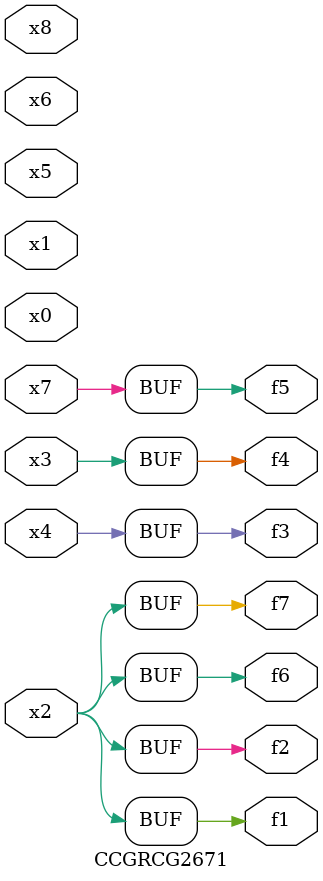
<source format=v>
module CCGRCG2671(
	input x0, x1, x2, x3, x4, x5, x6, x7, x8,
	output f1, f2, f3, f4, f5, f6, f7
);
	assign f1 = x2;
	assign f2 = x2;
	assign f3 = x4;
	assign f4 = x3;
	assign f5 = x7;
	assign f6 = x2;
	assign f7 = x2;
endmodule

</source>
